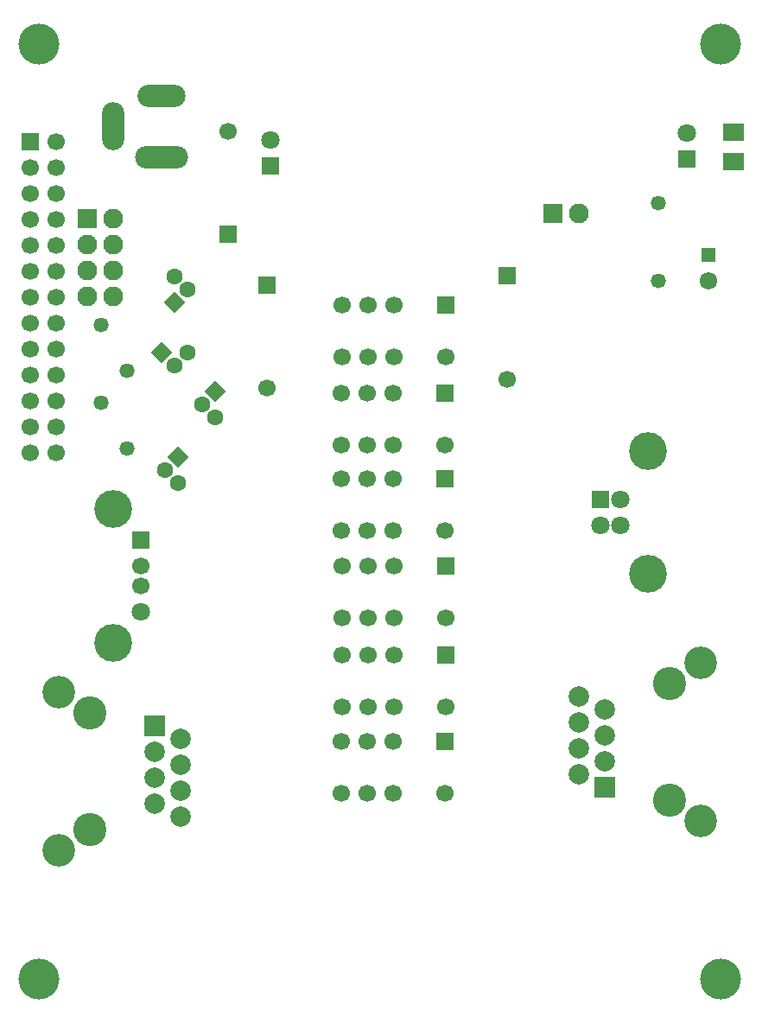
<source format=gbr>
G04 DipTrace 3.0.0.0*
G04 BottomMask.gbr*
%MOIN*%
G04 #@! TF.FileFunction,Soldermask,Bot*
G04 #@! TF.Part,Single*
%AMOUTLINE1*5,1,4,0,0,0.082002,-179.999998*%
%AMOUTLINE4*5,1,4,0,0,0.082002,0.0*%
%AMOUTLINE7*5,1,4,0,0,0.082002,-90.0*%
%ADD35C,0.062992*%
%ADD41R,0.070866X0.070866*%
%ADD42C,0.070866*%
%ADD55C,0.15748*%
%ADD56C,0.127953*%
%ADD66C,0.057874*%
%ADD68C,0.057874*%
%ADD70C,0.076772*%
%ADD72R,0.076772X0.076772*%
%ADD74O,0.086614X0.185039*%
%ADD76O,0.204724X0.086614*%
%ADD78O,0.185039X0.086614*%
%ADD80C,0.145669*%
%ADD83C,0.125984*%
%ADD85C,0.07874*%
%ADD86R,0.07874X0.07874*%
%ADD87R,0.057874X0.057874*%
%ADD89C,0.067874*%
%ADD91C,0.066929*%
%ADD93R,0.066929X0.066929*%
%ADD95R,0.07874X0.070866*%
%ADD97C,0.070866*%
%ADD107OUTLINE1*%
%ADD110OUTLINE4*%
%ADD113OUTLINE7*%
%FSLAX26Y26*%
G04*
G70*
G90*
G75*
G01*
G04 BotMask*
%LPD*%
D41*
X1427166Y3683071D3*
D97*
Y3783071D3*
D41*
X3033465Y3710630D3*
D97*
Y3810630D3*
D95*
X3216536Y3702756D3*
Y3812992D3*
D93*
X1263780Y3421260D3*
D91*
Y3818898D3*
D89*
X3118898Y3241470D3*
D87*
Y3341470D3*
D93*
X2340551Y3259843D3*
D91*
Y2862205D3*
D93*
X1413386Y3224410D3*
D91*
Y2826772D3*
D55*
X3165617Y4153544D3*
X3165355Y547507D3*
X533858Y547638D3*
X533727Y4153675D3*
D86*
X2718504Y1287402D3*
D85*
X2618504Y1337414D3*
X2718504Y1387414D3*
X2618504Y1437414D3*
X2718504Y1487414D3*
X2618504Y1537414D3*
X2718504Y1587414D3*
X2618504Y1637402D3*
D83*
X3088583Y1157481D3*
Y1767323D3*
D56*
X2968504Y1237402D3*
Y1687402D3*
D41*
X2700788Y2397638D3*
D42*
Y2299213D3*
X2779528D3*
Y2397638D3*
D80*
X2886221Y2111418D3*
Y2585433D3*
D41*
X929134Y2240158D3*
D91*
Y2141732D3*
Y2062992D3*
D42*
Y1964567D3*
D80*
X822441Y2361024D3*
Y1843701D3*
D78*
X1007874Y3954725D3*
D76*
Y3718504D3*
D74*
X822835Y3836614D3*
D72*
X720473Y3480315D3*
D70*
Y3380315D3*
Y3280315D3*
Y3180315D3*
X820473D3*
Y3280315D3*
Y3380315D3*
Y3480315D3*
D72*
X2517717Y3501969D3*
D70*
X2617717D3*
D86*
X982284Y1523622D3*
D85*
X1082284Y1473610D3*
X982284Y1423610D3*
X1082284Y1373610D3*
X982284Y1323610D3*
X1082284Y1273610D3*
X982284Y1223610D3*
X1082284Y1173622D3*
D83*
X612205Y1653544D3*
Y1043701D3*
D56*
X732284Y1573622D3*
Y1123622D3*
D93*
X2102362Y1464567D3*
D91*
X1902362D3*
X1802362D3*
X1702362D3*
Y1264567D3*
X1802362D3*
X1902362D3*
X2102362D3*
D93*
X2104331Y1799213D3*
D91*
X1904331D3*
X1804331D3*
X1704331D3*
Y1599213D3*
X1804331D3*
X1904331D3*
X2104331D3*
D93*
Y2139764D3*
D91*
X1904331D3*
X1804331D3*
X1704331D3*
Y1939764D3*
X1804331D3*
X1904331D3*
X2104331D3*
D93*
X2102362Y2476378D3*
D91*
X1902362D3*
X1802362D3*
X1702362D3*
Y2276378D3*
X1802362D3*
X1902362D3*
X2102362D3*
D93*
X2100394Y2809055D3*
D91*
X1900394D3*
X1800394D3*
X1700394D3*
Y2609055D3*
X1800394D3*
X1900394D3*
X2100394D3*
D93*
X2104331Y3147638D3*
D91*
X1904331D3*
X1804331D3*
X1704331D3*
Y2947638D3*
X1804331D3*
X1904331D3*
X2104331D3*
D35*
X1069948Y2459974D3*
X1019948Y2509974D3*
D107*
X1069948Y2559974D3*
D35*
X1058137Y3259449D3*
X1108137Y3209449D3*
D110*
X1058137Y3159449D3*
D35*
X1216273Y2713517D3*
X1166273Y2763517D3*
D107*
X1216273Y2813517D3*
D35*
X1107481Y2963649D3*
X1057481Y2913649D3*
D113*
X1007481Y2963649D3*
D68*
X2925984Y3542651D3*
D66*
Y3242651D3*
D68*
X874016Y2594488D3*
D66*
Y2894488D3*
D68*
X773622Y3070866D3*
D66*
Y2770866D3*
D93*
X500000Y3777559D3*
D91*
X600000D3*
X500000Y3677559D3*
X600000D3*
X500000Y3577559D3*
X600000D3*
X500000Y3477559D3*
X600000D3*
X500000Y3377559D3*
X600000D3*
X500000Y3277559D3*
X600000D3*
X500000Y3177559D3*
X600000D3*
X500000Y3077559D3*
X600000D3*
X500000Y2977559D3*
X600000D3*
X500000Y2877559D3*
X600000D3*
X500000Y2777559D3*
X600000D3*
X500000Y2677559D3*
X600000D3*
X500000Y2577559D3*
X600000D3*
M02*

</source>
